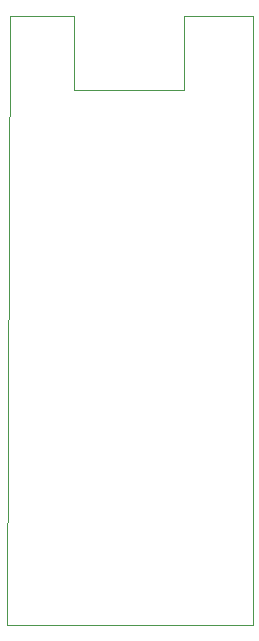
<source format=gm1>
%TF.GenerationSoftware,KiCad,Pcbnew,(6.0.4)*%
%TF.CreationDate,2022-11-10T18:02:23+09:00*%
%TF.ProjectId,rp2040-test,72703230-3430-42d7-9465-73742e6b6963,rev?*%
%TF.SameCoordinates,Original*%
%TF.FileFunction,Profile,NP*%
%FSLAX46Y46*%
G04 Gerber Fmt 4.6, Leading zero omitted, Abs format (unit mm)*
G04 Created by KiCad (PCBNEW (6.0.4)) date 2022-11-10 18:02:23*
%MOMM*%
%LPD*%
G01*
G04 APERTURE LIST*
%TA.AperFunction,Profile*%
%ADD10C,0.100000*%
%TD*%
G04 APERTURE END LIST*
D10*
X113385600Y-31750000D02*
X107950000Y-31750000D01*
X107696000Y-83312000D02*
X128524000Y-83312000D01*
X122732800Y-31750000D02*
X128524000Y-31750000D01*
X107950000Y-31750000D02*
X107696000Y-83312000D01*
X113385600Y-31750000D02*
X113385600Y-37998400D01*
X122682000Y-37998400D02*
X122732800Y-31750000D01*
X128524000Y-83312000D02*
X128524000Y-31750000D01*
X113385600Y-37998400D02*
X122682000Y-37998400D01*
M02*

</source>
